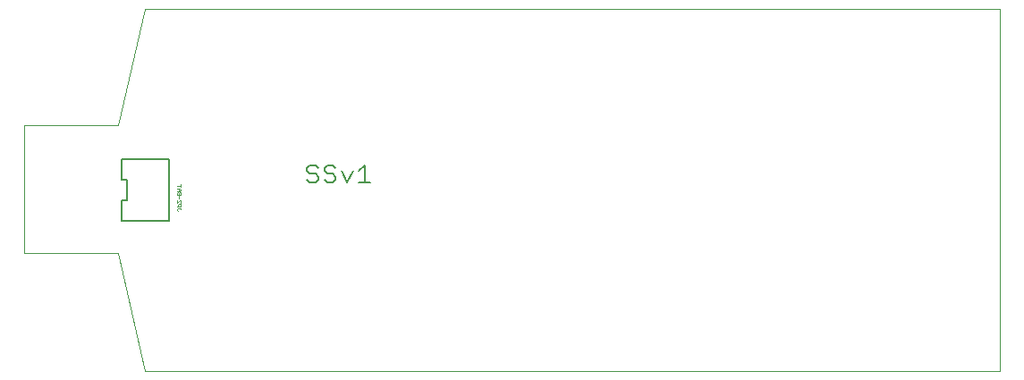
<source format=gbo>
G75*
%MOIN*%
%OFA0B0*%
%FSLAX25Y25*%
%IPPOS*%
%LPD*%
%AMOC8*
5,1,8,0,0,1.08239X$1,22.5*
%
%ADD10C,0.00000*%
%ADD11C,0.00600*%
%ADD12C,0.00800*%
%ADD13C,0.00100*%
D10*
X0077595Y0001256D02*
X0396296Y0001256D01*
X0396296Y0136256D01*
X0077595Y0136256D01*
X0067595Y0092717D01*
X0032595Y0092717D01*
X0032595Y0045256D01*
X0067595Y0045256D01*
X0077595Y0001256D01*
D11*
X0138963Y0071556D02*
X0137895Y0072623D01*
X0138963Y0071556D02*
X0141098Y0071556D01*
X0142165Y0072623D01*
X0142165Y0073691D01*
X0141098Y0074759D01*
X0138963Y0074759D01*
X0137895Y0075826D01*
X0137895Y0076894D01*
X0138963Y0077961D01*
X0141098Y0077961D01*
X0142165Y0076894D01*
X0144341Y0076894D02*
X0144341Y0075826D01*
X0145408Y0074759D01*
X0147543Y0074759D01*
X0148611Y0073691D01*
X0148611Y0072623D01*
X0147543Y0071556D01*
X0145408Y0071556D01*
X0144341Y0072623D01*
X0150786Y0075826D02*
X0152921Y0071556D01*
X0155056Y0075826D01*
X0157232Y0075826D02*
X0159367Y0077961D01*
X0159367Y0071556D01*
X0157232Y0071556D02*
X0161502Y0071556D01*
X0148611Y0076894D02*
X0147543Y0077961D01*
X0145408Y0077961D01*
X0144341Y0076894D01*
D12*
X0086453Y0080370D02*
X0068737Y0080370D01*
X0068737Y0072693D01*
X0070705Y0072693D01*
X0070705Y0064819D01*
X0068737Y0064819D01*
X0068737Y0057142D01*
X0086453Y0057142D01*
X0086453Y0080370D01*
D13*
X0089456Y0070335D02*
X0090957Y0070335D01*
X0090957Y0070835D02*
X0090957Y0069834D01*
X0090457Y0069362D02*
X0089456Y0069362D01*
X0090207Y0069362D02*
X0090207Y0068361D01*
X0090457Y0068361D02*
X0090957Y0068862D01*
X0090457Y0069362D01*
X0090457Y0068361D02*
X0089456Y0068361D01*
X0089706Y0067889D02*
X0089456Y0067639D01*
X0089456Y0066888D01*
X0090957Y0066888D01*
X0090957Y0067639D01*
X0090707Y0067889D01*
X0090457Y0067889D01*
X0090207Y0067639D01*
X0090207Y0066888D01*
X0090207Y0066415D02*
X0090207Y0065415D01*
X0090457Y0064942D02*
X0090707Y0064942D01*
X0090957Y0064692D01*
X0090957Y0064192D01*
X0090707Y0063941D01*
X0090707Y0063469D02*
X0090207Y0063469D01*
X0089957Y0063219D01*
X0089957Y0062468D01*
X0089456Y0062468D02*
X0090957Y0062468D01*
X0090957Y0063219D01*
X0090707Y0063469D01*
X0089456Y0063941D02*
X0090457Y0064942D01*
X0089456Y0064942D02*
X0089456Y0063941D01*
X0090957Y0061996D02*
X0090957Y0061495D01*
X0090957Y0061746D02*
X0089706Y0061746D01*
X0089456Y0061495D01*
X0089456Y0061245D01*
X0089706Y0060995D01*
X0090207Y0067639D02*
X0089957Y0067889D01*
X0089706Y0067889D01*
M02*

</source>
